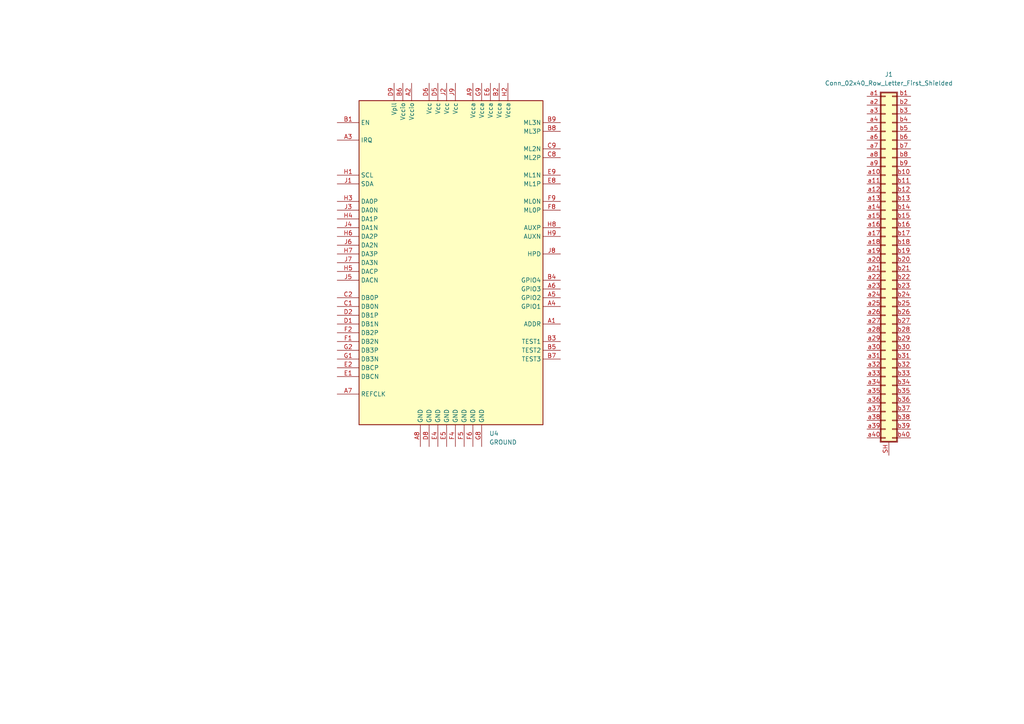
<source format=kicad_sch>
(kicad_sch (version 20231120) (generator "eeschema") (generator_version "8.0")
  (paper "A4")
  (lib_symbols
    (symbol "Connector_Generic_Shielded:Conn_02x40_Row_Letter_First_Shielded" (pin_names (offset 1.016) hide)
      (property "Reference" "J" (at 1.524 50.546 0))
      (property "Value" "Conn_02x40_Row_Letter_First_Shielded" (at 2.286 -53.086 0))
      (symbol "Conn_02x40_Row_Letter_First_Shielded_1_1"
        (rectangle (start -1.27 49.53) (end 3.81 -52.07) (stroke (width 0.1524)))
        (rectangle (start -1.016 -50.673) (end 0.254 -50.927) (stroke (width 0.1524)))
        (rectangle (start -1.016 -48.133) (end 0.254 -48.387) (stroke (width 0.1524)))
        (rectangle (start -1.016 -45.593) (end 0.254 -45.847) (stroke (width 0.1524)))
        (rectangle (start -1.016 -43.053) (end 0.254 -43.307) (stroke (width 0.1524)))
        (rectangle (start -1.016 -40.513) (end 0.254 -40.767) (stroke (width 0.1524)))
        (rectangle (start -1.016 -37.973) (end 0.254 -38.227) (stroke (width 0.1524)))
        (rectangle (start -1.016 -35.433) (end 0.254 -35.687) (stroke (width 0.1524)))
        (rectangle (start -1.016 -32.893) (end 0.254 -33.147) (stroke (width 0.1524)))
        (rectangle (start -1.016 -30.353) (end 0.254 -30.607) (stroke (width 0.1524)))
        (rectangle (start -1.016 -27.813) (end 0.254 -28.067) (stroke (width 0.1524)))
        (rectangle (start -1.016 -25.273) (end 0.254 -25.527) (stroke (width 0.1524)))
        (rectangle (start -1.016 -22.733) (end 0.254 -22.987) (stroke (width 0.1524)))
        (rectangle (start -1.016 -20.193) (end 0.254 -20.447) (stroke (width 0.1524)))
        (rectangle (start -1.016 -17.653) (end 0.254 -17.907) (stroke (width 0.1524)))
        (rectangle (start -1.016 -15.113) (end 0.254 -15.367) (stroke (width 0.1524)))
        (rectangle (start -1.016 -12.573) (end 0.254 -12.827) (stroke (width 0.1524)))
        (rectangle (start -1.016 -10.033) (end 0.254 -10.287) (stroke (width 0.1524)))
        (rectangle (start -1.016 -7.493) (end 0.254 -7.747) (stroke (width 0.1524)))
        (rectangle (start -1.016 -4.953) (end 0.254 -5.207) (stroke (width 0.1524)))
        (rectangle (start -1.016 -2.413) (end 0.254 -2.667) (stroke (width 0.1524)))
        (rectangle (start -1.016 0.127) (end 0.254 -0.127) (stroke (width 0.1524)))
        (rectangle (start -1.016 2.667) (end 0.254 2.413) (stroke (width 0.1524)))
        (rectangle (start -1.016 5.207) (end 0.254 4.953) (stroke (width 0.1524)))
        (rectangle (start -1.016 7.747) (end 0.254 7.493) (stroke (width 0.1524)))
        (rectangle (start -1.016 10.287) (end 0.254 10.033) (stroke (width 0.1524)))
        (rectangle (start -1.016 12.827) (end 0.254 12.573) (stroke (width 0.1524)))
        (rectangle (start -1.016 15.367) (end 0.254 15.113) (stroke (width 0.1524)))
        (rectangle (start -1.016 17.907) (end 0.254 17.653) (stroke (width 0.1524)))
        (rectangle (start -1.016 20.447) (end 0.254 20.193) (stroke (width 0.1524)))
        (rectangle (start -1.016 22.987) (end 0.254 22.733) (stroke (width 0.1524)))
        (rectangle (start -1.016 25.527) (end 0.254 25.273) (stroke (width 0.1524)))
        (rectangle (start -1.016 28.067) (end 0.254 27.813) (stroke (width 0.1524)))
        (rectangle (start -1.016 30.607) (end 0.254 30.353) (stroke (width 0.1524)))
        (rectangle (start -1.016 33.147) (end 0.254 32.893) (stroke (width 0.1524)))
        (rectangle (start -1.016 35.687) (end 0.254 35.433) (stroke (width 0.1524)))
        (rectangle (start -1.016 38.227) (end 0.254 37.973) (stroke (width 0.1524)))
        (rectangle (start -1.016 40.767) (end 0.254 40.513) (stroke (width 0.1524)))
        (rectangle (start -1.016 43.307) (end 0.254 43.053) (stroke (width 0.1524)))
        (rectangle (start -1.016 45.847) (end 0.254 45.593) (stroke (width 0.1524)))
        (rectangle (start -1.016 48.387) (end 0.254 48.133) (stroke (width 0.1524)))
        (rectangle (start -1.016 49.276) (end 3.556 -51.816) (stroke (width 0.254)) (fill (type background)))
        (rectangle (start 3.556 -50.673) (end 2.286 -50.927) (stroke (width 0.1524)))
        (rectangle (start 3.556 -48.133) (end 2.286 -48.387) (stroke (width 0.1524)))
        (rectangle (start 3.556 -45.593) (end 2.286 -45.847) (stroke (width 0.1524)))
        (rectangle (start 3.556 -43.053) (end 2.286 -43.307) (stroke (width 0.1524)))
        (rectangle (start 3.556 -40.513) (end 2.286 -40.767) (stroke (width 0.1524)))
        (rectangle (start 3.556 -37.973) (end 2.286 -38.227) (stroke (width 0.1524)))
        (rectangle (start 3.556 -35.433) (end 2.286 -35.687) (stroke (width 0.1524)))
        (rectangle (start 3.556 -32.893) (end 2.286 -33.147) (stroke (width 0.1524)))
        (rectangle (start 3.556 -30.353) (end 2.286 -30.607) (stroke (width 0.1524)))
        (rectangle (start 3.556 -27.813) (end 2.286 -28.067) (stroke (width 0.1524)))
        (rectangle (start 3.556 -25.273) (end 2.286 -25.527) (stroke (width 0.1524)))
        (rectangle (start 3.556 -22.733) (end 2.286 -22.987) (stroke (width 0.1524)))
        (rectangle (start 3.556 -20.193) (end 2.286 -20.447) (stroke (width 0.1524)))
        (rectangle (start 3.556 -17.653) (end 2.286 -17.907) (stroke (width 0.1524)))
        (rectangle (start 3.556 -15.113) (end 2.286 -15.367) (stroke (width 0.1524)))
        (rectangle (start 3.556 -12.573) (end 2.286 -12.827) (stroke (width 0.1524)))
        (rectangle (start 3.556 -10.033) (end 2.286 -10.287) (stroke (width 0.1524)))
        (rectangle (start 3.556 -7.493) (end 2.286 -7.747) (stroke (width 0.1524)))
        (rectangle (start 3.556 -4.953) (end 2.286 -5.207) (stroke (width 0.1524)))
        (rectangle (start 3.556 -2.413) (end 2.286 -2.667) (stroke (width 0.1524)))
        (rectangle (start 3.556 0.127) (end 2.286 -0.127) (stroke (width 0.1524)))
        (rectangle (start 3.556 2.667) (end 2.286 2.413) (stroke (width 0.1524)))
        (rectangle (start 3.556 5.207) (end 2.286 4.953) (stroke (width 0.1524)))
        (rectangle (start 3.556 7.747) (end 2.286 7.493) (stroke (width 0.1524)))
        (rectangle (start 3.556 10.287) (end 2.286 10.033) (stroke (width 0.1524)))
        (rectangle (start 3.556 12.827) (end 2.286 12.573) (stroke (width 0.1524)))
        (rectangle (start 3.556 15.367) (end 2.286 15.113) (stroke (width 0.1524)))
        (rectangle (start 3.556 17.907) (end 2.286 17.653) (stroke (width 0.1524)))
        (rectangle (start 3.556 20.447) (end 2.286 20.193) (stroke (width 0.1524)))
        (rectangle (start 3.556 22.987) (end 2.286 22.733) (stroke (width 0.1524)))
        (rectangle (start 3.556 25.527) (end 2.286 25.273) (stroke (width 0.1524)))
        (rectangle (start 3.556 28.067) (end 2.286 27.813) (stroke (width 0.1524)))
        (rectangle (start 3.556 30.607) (end 2.286 30.353) (stroke (width 0.1524)))
        (rectangle (start 3.556 33.147) (end 2.286 32.893) (stroke (width 0.1524)))
        (rectangle (start 3.556 35.687) (end 2.286 35.433) (stroke (width 0.1524)))
        (rectangle (start 3.556 38.227) (end 2.286 37.973) (stroke (width 0.1524)))
        (rectangle (start 3.556 40.767) (end 2.286 40.513) (stroke (width 0.1524)))
        (rectangle (start 3.556 43.307) (end 2.286 43.053) (stroke (width 0.1524)))
        (rectangle (start 3.556 45.847) (end 2.286 45.593) (stroke (width 0.1524)))
        (rectangle (start 3.556 48.387) (end 2.286 48.133) (stroke (width 0.1524)))
        (pin passive line (at 1.27 -55.88 90) (length 3.81) (name "Shield") (number "SH"))
        (pin passive line (at -5.08 48.26 0) (length 4.064) (name "Pin_a1") (number "a1"))
        (pin passive line (at -5.08 25.4 0) (length 4.064) (name "Pin_a10") (number "a10"))
        (pin passive line (at -5.08 22.86 0) (length 4.064) (name "Pin_a11") (number "a11"))
        (pin passive line (at -5.08 20.32 0) (length 4.064) (name "Pin_a12") (number "a12"))
        (pin passive line (at -5.08 17.78 0) (length 4.064) (name "Pin_a13") (number "a13"))
        (pin passive line (at -5.08 15.24 0) (length 4.064) (name "Pin_a14") (number "a14"))
        (pin passive line (at -5.08 12.7 0) (length 4.064) (name "Pin_a15") (number "a15"))
        (pin passive line (at -5.08 10.16 0) (length 4.064) (name "Pin_a16") (number "a16"))
        (pin passive line (at -5.08 7.62 0) (length 4.064) (name "Pin_a17") (number "a17"))
        (pin passive line (at -5.08 5.08 0) (length 4.064) (name "Pin_a18") (number "a18"))
        (pin passive line (at -5.08 2.54 0) (length 4.064) (name "Pin_a19") (number "a19"))
        (pin passive line (at -5.08 45.72 0) (length 4.064) (name "Pin_a2") (number "a2"))
        (pin passive line (at -5.08 0 0) (length 4.064) (name "Pin_a20") (number "a20"))
        (pin passive line (at -5.08 -2.54 0) (length 4.064) (name "Pin_a21") (number "a21"))
        (pin passive line (at -5.08 -5.08 0) (length 4.064) (name "Pin_a22") (number "a22"))
        (pin passive line (at -5.08 -7.62 0) (length 4.064) (name "Pin_a23") (number "a23"))
        (pin passive line (at -5.08 -10.16 0) (length 4.064) (name "Pin_a24") (number "a24"))
        (pin passive line (at -5.08 -12.7 0) (length 4.064) (name "Pin_a25") (number "a25"))
        (pin passive line (at -5.08 -15.24 0) (length 4.064) (name "Pin_a26") (number "a26"))
        (pin passive line (at -5.08 -17.78 0) (length 4.064) (name "Pin_a27") (number "a27"))
        (pin passive line (at -5.08 -20.32 0) (length 4.064) (name "Pin_a28") (number "a28"))
        (pin passive line (at -5.08 -22.86 0) (length 4.064) (name "Pin_a29") (number "a29"))
        (pin passive line (at -5.08 43.18 0) (length 4.064) (name "Pin_a3") (number "a3"))
        (pin passive line (at -5.08 -25.4 0) (length 4.064) (name "Pin_a30") (number "a30"))
        (pin passive line (at -5.08 -27.94 0) (length 4.064) (name "Pin_a31") (number "a31"))
        (pin passive line (at -5.08 -30.48 0) (length 4.064) (name "Pin_a32") (number "a32"))
        (pin passive line (at -5.08 -33.02 0) (length 4.064) (name "Pin_a33") (number "a33"))
        (pin passive line (at -5.08 -35.56 0) (length 4.064) (name "Pin_a34") (number "a34"))
        (pin passive line (at -5.08 -38.1 0) (length 4.064) (name "Pin_a35") (number "a35"))
        (pin passive line (at -5.08 -40.64 0) (length 4.064) (name "Pin_a36") (number "a36"))
        (pin passive line (at -5.08 -43.18 0) (length 4.064) (name "Pin_a37") (number "a37"))
        (pin passive line (at -5.08 -45.72 0) (length 4.064) (name "Pin_a38") (number "a38"))
        (pin passive line (at -5.08 -48.26 0) (length 4.064) (name "Pin_a39") (number "a39"))
        (pin passive line (at -5.08 40.64 0) (length 4.064) (name "Pin_a4") (number "a4"))
        (pin passive line (at -5.08 -50.8 0) (length 4.064) (name "Pin_a40") (number "a40"))
        (pin passive line (at -5.08 38.1 0) (length 4.064) (name "Pin_a5") (number "a5"))
        (pin passive line (at -5.08 35.56 0) (length 4.064) (name "Pin_a6") (number "a6"))
        (pin passive line (at -5.08 33.02 0) (length 4.064) (name "Pin_a7") (number "a7"))
        (pin passive line (at -5.08 30.48 0) (length 4.064) (name "Pin_a8") (number "a8"))
        (pin passive line (at -5.08 27.94 0) (length 4.064) (name "Pin_a9") (number "a9"))
        (pin passive line (at 7.62 48.26 180) (length 4.064) (name "Pin_b1") (number "b1"))
        (pin passive line (at 7.62 25.4 180) (length 4.064) (name "Pin_b10") (number "b10"))
        (pin passive line (at 7.62 22.86 180) (length 4.064) (name "Pin_b11") (number "b11"))
        (pin passive line (at 7.62 20.32 180) (length 4.064) (name "Pin_b12") (number "b12"))
        (pin passive line (at 7.62 17.78 180) (length 4.064) (name "Pin_b13") (number "b13"))
        (pin passive line (at 7.62 15.24 180) (length 4.064) (name "Pin_b14") (number "b14"))
        (pin passive line (at 7.62 12.7 180) (length 4.064) (name "Pin_b15") (number "b15"))
        (pin passive line (at 7.62 10.16 180) (length 4.064) (name "Pin_b16") (number "b16"))
        (pin passive line (at 7.62 7.62 180) (length 4.064) (name "Pin_b17") (number "b17"))
        (pin passive line (at 7.62 5.08 180) (length 4.064) (name "Pin_b18") (number "b18"))
        (pin passive line (at 7.62 2.54 180) (length 4.064) (name "Pin_b19") (number "b19"))
        (pin passive line (at 7.62 45.72 180) (length 4.064) (name "Pin_b2") (number "b2"))
        (pin passive line (at 7.62 0 180) (length 4.064) (name "Pin_b20") (number "b20"))
        (pin passive line (at 7.62 -2.54 180) (length 4.064) (name "Pin_b21") (number "b21"))
        (pin passive line (at 7.62 -5.08 180) (length 4.064) (name "Pin_b22") (number "b22"))
        (pin passive line (at 7.62 -7.62 180) (length 4.064) (name "Pin_b23") (number "b23"))
        (pin passive line (at 7.62 -10.16 180) (length 4.064) (name "Pin_b24") (number "b24"))
        (pin passive line (at 7.62 -12.7 180) (length 4.064) (name "Pin_b25") (number "b25"))
        (pin passive line (at 7.62 -15.24 180) (length 4.064) (name "Pin_b26") (number "b26"))
        (pin passive line (at 7.62 -17.78 180) (length 4.064) (name "Pin_b27") (number "b27"))
        (pin passive line (at 7.62 -20.32 180) (length 4.064) (name "Pin_b28") (number "b28"))
        (pin passive line (at 7.62 -22.86 180) (length 4.064) (name "Pin_b29") (number "b29"))
        (pin passive line (at 7.62 43.18 180) (length 4.064) (name "Pin_b3") (number "b3"))
        (pin passive line (at 7.62 -25.4 180) (length 4.064) (name "Pin_b30") (number "b30"))
        (pin passive line (at 7.62 -27.94 180) (length 4.064) (name "Pin_b31") (number "b31"))
        (pin passive line (at 7.62 -30.48 180) (length 4.064) (name "Pin_b32") (number "b32"))
        (pin passive line (at 7.62 -33.02 180) (length 4.064) (name "Pin_b33") (number "b33"))
        (pin passive line (at 7.62 -35.56 180) (length 4.064) (name "Pin_b34") (number "b34"))
        (pin passive line (at 7.62 -38.1 180) (length 4.064) (name "Pin_b35") (number "b35"))
        (pin passive line (at 7.62 -40.64 180) (length 4.064) (name "Pin_b36") (number "b36"))
        (pin passive line (at 7.62 -43.18 180) (length 4.064) (name "Pin_b37") (number "b37"))
        (pin passive line (at 7.62 -45.72 180) (length 4.064) (name "Pin_b38") (number "b38"))
        (pin passive line (at 7.62 -48.26 180) (length 4.064) (name "Pin_b39") (number "b39"))
        (pin passive line (at 7.62 40.64 180) (length 4.064) (name "Pin_b4") (number "b4"))
        (pin passive line (at 7.62 -50.8 180) (length 4.064) (name "Pin_b40") (number "b40"))
        (pin passive line (at 7.62 38.1 180) (length 4.064) (name "Pin_b5") (number "b5"))
        (pin passive line (at 7.62 35.56 180) (length 4.064) (name "Pin_b6") (number "b6"))
        (pin passive line (at 7.62 33.02 180) (length 4.064) (name "Pin_b7") (number "b7"))
        (pin passive line (at 7.62 30.48 180) (length 4.064) (name "Pin_b8") (number "b8"))
        (pin passive line (at 7.62 27.94 180) (length 4.064) (name "Pin_b9") (number "b9"))
      )
    )
    (symbol "ti:SN65DSI86"
      (property "Reference" "U" (at -22.352 49.784 0))
      (property "Value" "GROUND" (at -3.81 68.58 0))
      (symbol "SN65DSI86_0_1"
        (rectangle (start -26.67 46.99) (end 26.67 -46.99) (stroke (width 0.254)) (fill (type background)))
      )
      (symbol "SN65DSI86_1_1"
        (pin input line (at 31.75 -17.78 180) (length 5.08) (name "ADDR") (number "A1"))
        (pin input line (at -11.43 52.07 270) (length 5.08) (name "Vccio") (number "A2"))
        (pin passive line (at -33.02 35.56 0) (length 6.35) (name "IRQ") (number "A3"))
        (pin free line (at 31.75 -12.7 180) (length 5.08) (name "GPIO1") (number "A4"))
        (pin free line (at 31.75 -10.16 180) (length 5.08) (name "GPIO2") (number "A5"))
        (pin free line (at 31.75 -7.62 180) (length 5.08) (name "GPIO3") (number "A6"))
        (pin input line (at -33.02 -38.1 0) (length 6.35) (name "REFCLK") (number "A7"))
        (pin passive line (at -8.89 -53.34 90) (length 6.35) (name "GND") (number "A8"))
        (pin input line (at 6.35 52.07 270) (length 5.08) (name "Vcca") (number "A9"))
        (pin input line (at -33.02 40.64 0) (length 6.35) (name "EN") (number "B1"))
        (pin input line (at 13.97 52.07 270) (length 5.08) (name "Vcca") (number "B2"))
        (pin free line (at 31.75 -22.86 180) (length 5.08) (name "TEST1") (number "B3"))
        (pin free line (at 31.75 -5.08 180) (length 5.08) (name "GPIO4") (number "B4"))
        (pin free line (at 31.75 -25.4 180) (length 5.08) (name "TEST2") (number "B5"))
        (pin input line (at -13.97 52.07 270) (length 5.08) (name "Vccio") (number "B6"))
        (pin free line (at 31.75 -27.94 180) (length 5.08) (name "TEST3") (number "B7"))
        (pin output line (at 31.75 38.1 180) (length 5.08) (name "ML3P") (number "B8"))
        (pin output line (at 31.75 40.64 180) (length 5.08) (name "ML3N") (number "B9"))
        (pin input line (at -33.02 -12.7 0) (length 6.35) (name "DB0N") (number "C1"))
        (pin input line (at -33.02 -10.16 0) (length 6.35) (name "DB0P") (number "C2"))
        (pin output line (at 31.75 30.48 180) (length 5.08) (name "ML2P") (number "C8"))
        (pin output line (at 31.75 33.02 180) (length 5.08) (name "ML2N") (number "C9"))
        (pin input line (at -33.02 -17.78 0) (length 6.35) (name "DB1N") (number "D1"))
        (pin input line (at -33.02 -15.24 0) (length 6.35) (name "DB1P") (number "D2"))
        (pin input line (at -3.81 52.07 270) (length 5.08) (name "Vcc") (number "D5"))
        (pin input line (at -6.35 52.07 270) (length 5.08) (name "Vcc") (number "D6"))
        (pin passive line (at -6.35 -53.34 90) (length 6.35) (name "GND") (number "D8"))
        (pin input line (at -16.51 52.07 270) (length 5.08) (name "Vpll") (number "D9"))
        (pin input line (at -33.02 -33.02 0) (length 6.35) (name "DBCN") (number "E1"))
        (pin input line (at -33.02 -30.48 0) (length 6.35) (name "DBCP") (number "E2"))
        (pin passive line (at -3.81 -53.34 90) (length 6.35) (name "GND") (number "E4"))
        (pin passive line (at -1.27 -53.34 90) (length 6.35) (name "GND") (number "E5"))
        (pin input line (at 11.43 52.07 270) (length 5.08) (name "Vcca") (number "E6"))
        (pin output line (at 31.75 22.86 180) (length 5.08) (name "ML1P") (number "E8"))
        (pin output line (at 31.75 25.4 180) (length 5.08) (name "ML1N") (number "E9"))
        (pin input line (at -33.02 -22.86 0) (length 6.35) (name "DB2N") (number "F1"))
        (pin input line (at -33.02 -20.32 0) (length 6.35) (name "DB2P") (number "F2"))
        (pin passive line (at 1.27 -53.34 90) (length 6.35) (name "GND") (number "F4"))
        (pin passive line (at 3.81 -53.34 90) (length 6.35) (name "GND") (number "F5"))
        (pin passive line (at 6.35 -53.34 90) (length 6.35) (name "GND") (number "F6"))
        (pin output line (at 31.75 15.24 180) (length 5.08) (name "ML0P") (number "F8"))
        (pin output line (at 31.75 17.78 180) (length 5.08) (name "ML0N") (number "F9"))
        (pin input line (at -33.02 -27.94 0) (length 6.35) (name "DB3N") (number "G1"))
        (pin input line (at -33.02 -25.4 0) (length 6.35) (name "DB3P") (number "G2"))
        (pin passive line (at 8.89 -53.34 90) (length 6.35) (name "GND") (number "G8"))
        (pin input line (at 8.89 52.07 270) (length 5.08) (name "Vcca") (number "G9"))
        (pin passive line (at -33.02 25.4 0) (length 6.35) (name "SCL") (number "H1"))
        (pin input line (at 16.51 52.07 270) (length 5.08) (name "Vcca") (number "H2"))
        (pin input line (at -33.02 17.78 0) (length 6.35) (name "DA0P") (number "H3"))
        (pin input line (at -33.02 12.7 0) (length 6.35) (name "DA1P") (number "H4"))
        (pin input line (at -33.02 -2.54 0) (length 6.35) (name "DACP") (number "H5"))
        (pin input line (at -33.02 7.62 0) (length 6.35) (name "DA2P") (number "H6"))
        (pin input line (at -33.02 2.54 0) (length 6.35) (name "DA3P") (number "H7"))
        (pin output line (at 31.75 10.16 180) (length 5.08) (name "AUXP") (number "H8"))
        (pin output line (at 31.75 7.62 180) (length 5.08) (name "AUXN") (number "H9"))
        (pin passive line (at -33.02 22.86 0) (length 6.35) (name "SDA") (number "J1"))
        (pin input line (at -1.27 52.07 270) (length 5.08) (name "Vcc") (number "J2"))
        (pin input line (at -33.02 15.24 0) (length 6.35) (name "DA0N") (number "J3"))
        (pin input line (at -33.02 10.16 0) (length 6.35) (name "DA1N") (number "J4"))
        (pin input line (at -33.02 -5.08 0) (length 6.35) (name "DACN") (number "J5"))
        (pin input line (at -33.02 5.08 0) (length 6.35) (name "DA2N") (number "J6"))
        (pin input line (at -33.02 0 0) (length 6.35) (name "DA3N") (number "J7"))
        (pin input line (at 31.75 2.54 180) (length 5.08) (name "HPD") (number "J8"))
        (pin input line (at 1.27 52.07 270) (length 5.08) (name "Vcc") (number "J9"))
      )
    )
  )
  (symbol (lib_id "Connector_Generic_Shielded:Conn_02x40_Row_Letter_First_Shielded") (at 256.54 76.2 0) (unit 1)
    (property "Reference" "J1" (at 257.81 21.59 0))
    (property "Value" "Conn_02x40_Row_Letter_First_Shielded" (at 257.81 24.13 0))
    (property "Description" "Generic shielded connector, double row, 02x40, row letter first pin numbering scheme (pin number consists of a letter for the row and a number for the pin index in this row. a1, ..., aN; b1, ..., bN), script generated (kicad-library-utils/schlib/autogen/connector/)" (effects (hide yes)))
  )
  (symbol (lib_id "ti:SN65DSI86") (at 130.81 76.2 0) (unit 1)
    (property "Reference" "U4" (at 141.8941 125.73 0) (effects (justify left)))
    (property "Value" "GROUND" (at 141.8941 128.27 0) (effects (justify left)))
    (property "Footprint" "Package_BGA:FBGA-64_5x5mm_9x9_P0.5" (effects (hide yes)))
    (property "Datasheet" "https://www.ti.com/lit/ds/symlink/sn65dsi86.pdf" (effects (hide yes)))
    (property "Description" "SN65DSI86" (effects (hide yes)))
  )
)
</source>
